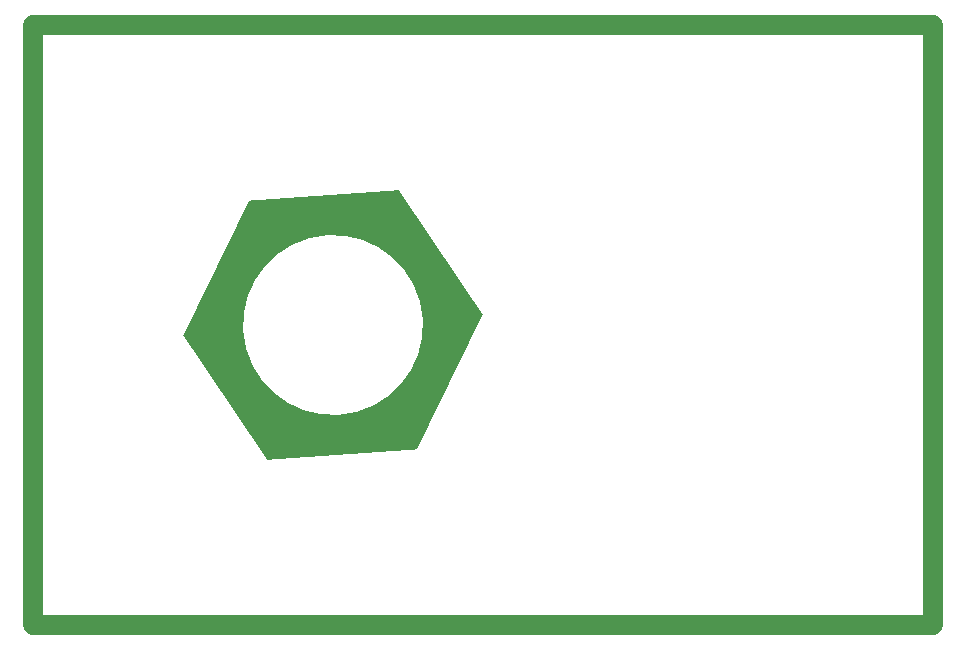
<source format=gbr>
%MOIN*%
%FSLAX23Y23*%
%OFA0.0000B0.0000*%
G90*

%ADD10C,0.0650*%
%ADD17P,1X6X4X0.6*%

G54D17*
X1000Y1000D03*

X0Y0D02*
G54D10*
X0Y0D01*
X3000D01*
Y2000D01*
X0D01*
Y0D01*
M02*

</source>
